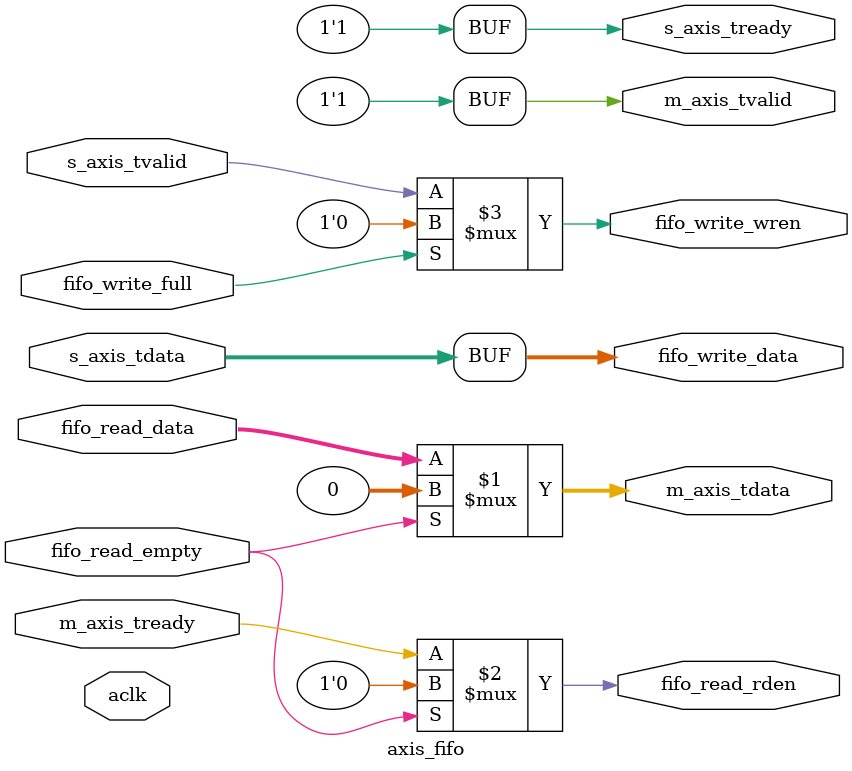
<source format=v>

`timescale 1 ns / 1 ps

module axis_fifo #
(
  parameter integer M_AXIS_TDATA_WIDTH = 32,
  parameter integer S_AXIS_TDATA_WIDTH = 32
)
(
  // System signals
  input  wire                          aclk,

  // Master side
  input  wire                          m_axis_tready,
  output wire [M_AXIS_TDATA_WIDTH-1:0] m_axis_tdata,
  output wire                          m_axis_tvalid,

  // Slave side
  output wire                          s_axis_tready,
  input  wire [S_AXIS_TDATA_WIDTH-1:0] s_axis_tdata,
  input  wire                          s_axis_tvalid,

  // FIFO_READ port
  input  wire                          fifo_read_empty,
  input  wire [M_AXIS_TDATA_WIDTH-1:0] fifo_read_data,
  output wire                          fifo_read_rden,

  // FIFO_WRITE port
  input  wire                          fifo_write_full,
  output wire [S_AXIS_TDATA_WIDTH-1:0] fifo_write_data,
  output wire                          fifo_write_wren
);

  assign m_axis_tdata = fifo_read_empty ? {(M_AXIS_TDATA_WIDTH){1'b0}} : fifo_read_data;
  assign m_axis_tvalid = 1'b1;

  assign s_axis_tready = 1'b1;

  assign fifo_read_rden = fifo_read_empty ? 1'b0 : m_axis_tready;

  assign fifo_write_data = s_axis_tdata;
  assign fifo_write_wren = fifo_write_full ? 1'b0 : s_axis_tvalid;

endmodule

</source>
